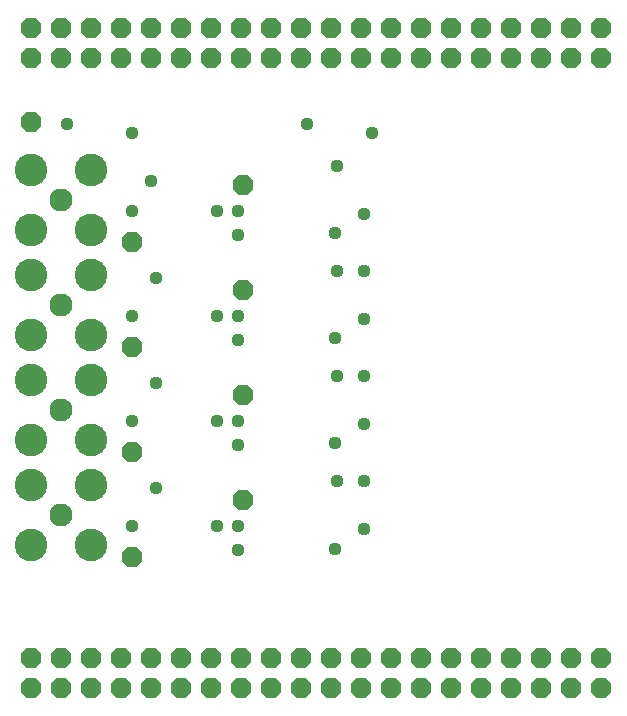
<source format=gbs>
G75*
G70*
%OFA0B0*%
%FSLAX24Y24*%
%IPPOS*%
%LPD*%
%AMOC8*
5,1,8,0,0,1.08239X$1,22.5*
%
%ADD10C,0.1085*%
%ADD11C,0.0770*%
%ADD12OC8,0.0680*%
%ADD13C,0.0437*%
D10*
X002090Y006040D03*
X002090Y008040D03*
X002090Y009540D03*
X004090Y009540D03*
X004090Y008040D03*
X004090Y006040D03*
X004090Y011540D03*
X004090Y013040D03*
X004090Y015040D03*
X004090Y016540D03*
X004090Y018540D03*
X002090Y018540D03*
X002090Y016540D03*
X002090Y015040D03*
X002090Y013040D03*
X002090Y011540D03*
D11*
X003090Y010540D03*
X003090Y007040D03*
X003090Y014040D03*
X003090Y017540D03*
D12*
X002090Y001290D03*
X002090Y002290D03*
X003090Y002290D03*
X003090Y001290D03*
X004090Y001290D03*
X004090Y002290D03*
X005090Y002290D03*
X005090Y001290D03*
X006090Y001290D03*
X006090Y002290D03*
X007090Y002290D03*
X007090Y001290D03*
X008090Y001290D03*
X008090Y002290D03*
X009090Y002290D03*
X009090Y001290D03*
X010090Y001290D03*
X010090Y002290D03*
X011090Y002290D03*
X011090Y001290D03*
X012090Y001290D03*
X012090Y002290D03*
X013090Y002290D03*
X013090Y001290D03*
X014090Y001290D03*
X014090Y002290D03*
X015090Y002290D03*
X015090Y001290D03*
X016090Y001290D03*
X016090Y002290D03*
X017090Y002290D03*
X017090Y001290D03*
X018090Y001290D03*
X018090Y002290D03*
X019090Y002290D03*
X019090Y001290D03*
X020090Y001290D03*
X020090Y002290D03*
X021090Y002290D03*
X021090Y001290D03*
X009140Y007540D03*
X009140Y011040D03*
X009140Y014540D03*
X009140Y018040D03*
X005440Y016140D03*
X005440Y012640D03*
X005440Y009140D03*
X005440Y005640D03*
X002090Y020140D03*
X002090Y022290D03*
X002090Y023290D03*
X003090Y023290D03*
X003090Y022290D03*
X004090Y022290D03*
X004090Y023290D03*
X005090Y023290D03*
X005090Y022290D03*
X006090Y022290D03*
X006090Y023290D03*
X007090Y023290D03*
X007090Y022290D03*
X008090Y022290D03*
X008090Y023290D03*
X009090Y023290D03*
X009090Y022290D03*
X010090Y022290D03*
X010090Y023290D03*
X011090Y023290D03*
X011090Y022290D03*
X012090Y022290D03*
X012090Y023290D03*
X013090Y023290D03*
X013090Y022290D03*
X014090Y022290D03*
X014090Y023290D03*
X015090Y023290D03*
X015090Y022290D03*
X016090Y022290D03*
X016090Y023290D03*
X017090Y023290D03*
X017090Y022290D03*
X018090Y022290D03*
X018090Y023290D03*
X019090Y023290D03*
X019090Y022290D03*
X020090Y022290D03*
X020090Y023290D03*
X021090Y023290D03*
X021090Y022290D03*
D13*
X013440Y019790D03*
X012290Y018690D03*
X011290Y020090D03*
X008990Y017190D03*
X008290Y017190D03*
X008990Y016390D03*
X008990Y013690D03*
X008290Y013690D03*
X008990Y012890D03*
X008990Y010190D03*
X008290Y010190D03*
X008990Y009390D03*
X008990Y006690D03*
X008290Y006690D03*
X008990Y005890D03*
X006240Y007940D03*
X005440Y006690D03*
X005440Y010190D03*
X006240Y011440D03*
X005440Y013690D03*
X006240Y014940D03*
X005440Y017190D03*
X006090Y018190D03*
X005440Y019790D03*
X003290Y020090D03*
X012204Y016447D03*
X013190Y017090D03*
X013190Y015190D03*
X012290Y015190D03*
X013190Y013590D03*
X012204Y012944D03*
X012290Y011690D03*
X013190Y011690D03*
X013190Y010090D03*
X012204Y009440D03*
X012290Y008190D03*
X013190Y008190D03*
X013190Y006590D03*
X012204Y005936D03*
M02*

</source>
